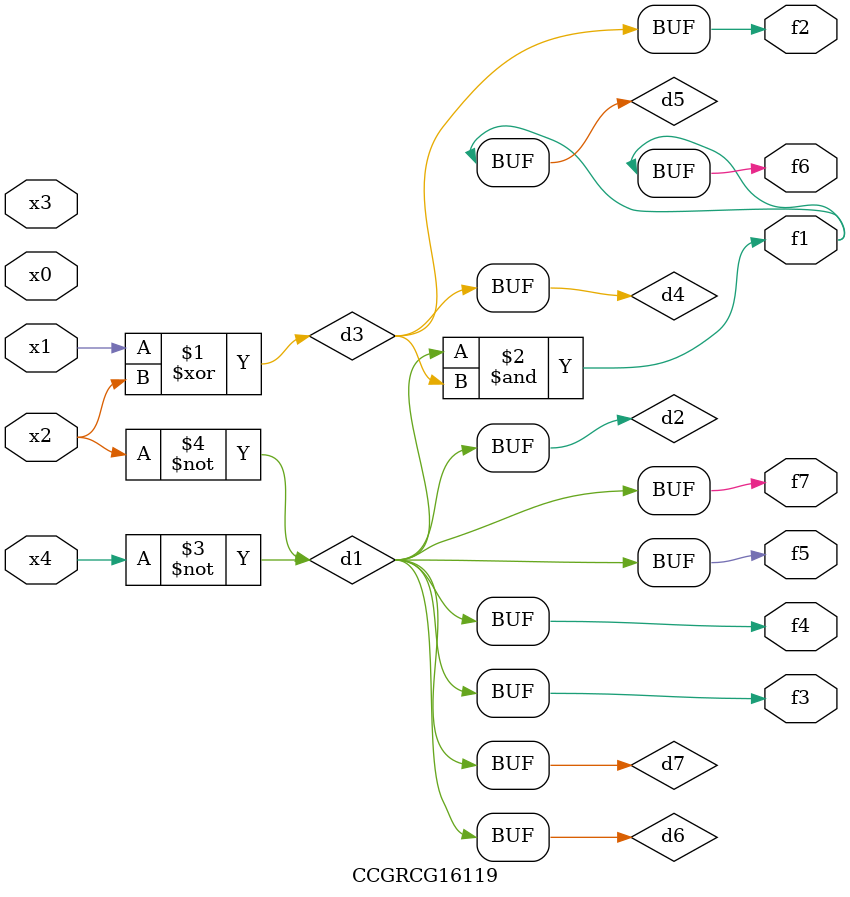
<source format=v>
module CCGRCG16119(
	input x0, x1, x2, x3, x4,
	output f1, f2, f3, f4, f5, f6, f7
);

	wire d1, d2, d3, d4, d5, d6, d7;

	not (d1, x4);
	not (d2, x2);
	xor (d3, x1, x2);
	buf (d4, d3);
	and (d5, d1, d3);
	buf (d6, d1, d2);
	buf (d7, d2);
	assign f1 = d5;
	assign f2 = d4;
	assign f3 = d7;
	assign f4 = d7;
	assign f5 = d7;
	assign f6 = d5;
	assign f7 = d7;
endmodule

</source>
